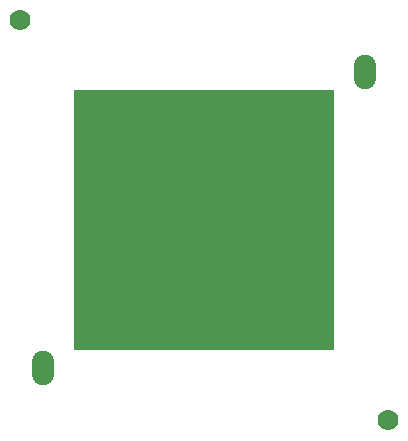
<source format=gbs>
%FSLAX24Y24*%
%MOIN*%
G70*
G01*
G75*
G04 Layer_Color=16711935*
%ADD10R,0.0500X0.0299*%
%ADD11R,0.0551X0.0236*%
%ADD12R,0.0709X0.0236*%
%ADD13R,0.0315X0.0354*%
%ADD14R,0.0500X0.1000*%
%ADD15R,0.0512X0.0217*%
%ADD16R,0.0354X0.0315*%
%ADD17R,0.0472X0.0551*%
%ADD18R,0.0354X0.0276*%
%ADD19R,0.0217X0.0394*%
%ADD20R,0.0276X0.0354*%
%ADD21R,0.0217X0.0512*%
%ADD22R,0.0512X0.0236*%
%ADD23R,0.1500X0.1000*%
G04:AMPARAMS|DCode=24|XSize=60mil|YSize=40mil|CornerRadius=0mil|HoleSize=0mil|Usage=FLASHONLY|Rotation=45.000|XOffset=0mil|YOffset=0mil|HoleType=Round|Shape=Rectangle|*
%AMROTATEDRECTD24*
4,1,4,-0.0071,-0.0354,-0.0354,-0.0071,0.0071,0.0354,0.0354,0.0071,-0.0071,-0.0354,0.0*
%
%ADD24ROTATEDRECTD24*%

%ADD25O,0.1181X0.3150*%
%ADD26R,0.8661X0.8661*%
%ADD27C,0.0120*%
%ADD28C,0.0200*%
%ADD29C,0.0150*%
%ADD30C,0.0300*%
%ADD31O,0.0669X0.1102*%
%ADD32C,0.1100*%
%ADD33C,0.0400*%
%ADD34C,0.0098*%
%ADD35C,0.0079*%
%ADD36C,0.0080*%
%ADD37C,0.0100*%
%ADD38C,0.0060*%
%ADD39R,0.0560X0.0359*%
%ADD40R,0.0611X0.0296*%
%ADD41R,0.0769X0.0296*%
%ADD42R,0.0375X0.0414*%
%ADD43R,0.0560X0.1060*%
%ADD44R,0.0572X0.0277*%
%ADD45R,0.0414X0.0375*%
%ADD46R,0.0532X0.0611*%
%ADD47R,0.0414X0.0336*%
%ADD48R,0.0277X0.0454*%
%ADD49R,0.0336X0.0414*%
%ADD50R,0.0277X0.0572*%
%ADD51R,0.0572X0.0296*%
%ADD52R,0.1560X0.1060*%
G04:AMPARAMS|DCode=53|XSize=66mil|YSize=46mil|CornerRadius=0mil|HoleSize=0mil|Usage=FLASHONLY|Rotation=45.000|XOffset=0mil|YOffset=0mil|HoleType=Round|Shape=Rectangle|*
%AMROTATEDRECTD53*
4,1,4,-0.0071,-0.0396,-0.0396,-0.0071,0.0071,0.0396,0.0396,0.0071,-0.0071,-0.0396,0.0*
%
%ADD53ROTATEDRECTD53*%

%ADD54O,0.1241X0.3210*%
%ADD55R,0.8721X0.8721*%
%ADD56O,0.0729X0.1162*%
%ADD57C,0.0700*%
%ADD58C,0.0460*%
%ADD59R,0.8700X0.8700*%
D56*
X-5358Y-4937D02*
D03*
X5358Y4937D02*
D03*
D57*
X6130Y-6660D02*
D03*
X-6130Y6660D02*
D03*
D58*
X0Y0D02*
D03*
X787D02*
D03*
X1575D02*
D03*
X2362D02*
D03*
X-787D02*
D03*
X-1575D02*
D03*
X-2362D02*
D03*
Y787D02*
D03*
X-1575D02*
D03*
X-787D02*
D03*
X2362D02*
D03*
X1575D02*
D03*
X787D02*
D03*
X0D02*
D03*
X-2362Y1575D02*
D03*
X-1575D02*
D03*
X-787D02*
D03*
X2362D02*
D03*
X1575D02*
D03*
X787D02*
D03*
X0D02*
D03*
X-2362Y-787D02*
D03*
X-1575D02*
D03*
X-787D02*
D03*
X2362D02*
D03*
X1575D02*
D03*
X787D02*
D03*
X0D02*
D03*
X-2362Y-1575D02*
D03*
X-1575D02*
D03*
X-787D02*
D03*
X2362D02*
D03*
X1575D02*
D03*
X787D02*
D03*
X0D02*
D03*
X-2362Y-2362D02*
D03*
X-1575D02*
D03*
X-787D02*
D03*
X2362D02*
D03*
X1575D02*
D03*
X787D02*
D03*
X0D02*
D03*
X-2362Y2362D02*
D03*
X-1575D02*
D03*
X-787D02*
D03*
X2362D02*
D03*
X1575D02*
D03*
X787D02*
D03*
X0D02*
D03*
D59*
Y0D02*
D03*
M02*

</source>
